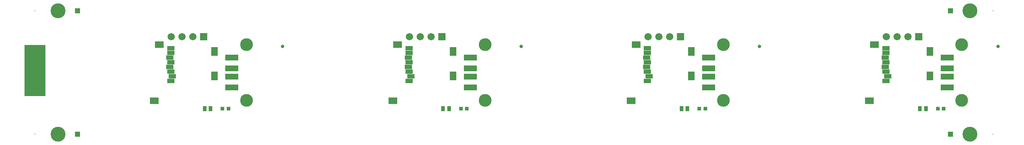
<source format=gts>
G04 Layer_Color=8388736*
%FSLAX43Y43*%
%MOMM*%
G71*
G01*
G75*
%ADD12C,0.203*%
%ADD66R,5.000X12.000*%
%ADD67R,1.203X1.203*%
%ADD68R,3.083X1.323*%
%ADD69R,1.703X1.003*%
%ADD70R,2.103X1.603*%
%ADD71R,1.603X2.003*%
%ADD72R,0.965X1.168*%
%ADD73R,0.965X0.965*%
%ADD74C,3.500*%
%ADD75R,1.703X1.703*%
%ADD76C,1.703*%
%ADD77C,3.003*%
%ADD78C,0.838*%
D12*
X3000Y33525D02*
D03*
X228000Y33525D02*
D03*
Y4525D02*
D03*
X3000D02*
D03*
D66*
X3000Y19525D02*
D03*
D67*
X13000Y33525D02*
D03*
Y4525D02*
D03*
X218000Y33525D02*
D03*
Y4525D02*
D03*
D68*
X49245Y15525D02*
D03*
Y22525D02*
D03*
X49245Y20025D02*
D03*
X49245Y18025D02*
D03*
X105245Y15525D02*
D03*
Y22525D02*
D03*
X105245Y20025D02*
D03*
X105245Y18025D02*
D03*
X161245Y15525D02*
D03*
Y22525D02*
D03*
X161245Y20025D02*
D03*
X161245Y18025D02*
D03*
X217245Y15525D02*
D03*
Y22525D02*
D03*
X217245Y20025D02*
D03*
X217245Y18025D02*
D03*
D69*
X34875Y17060D02*
D03*
X35275Y18160D02*
D03*
X34875Y19260D02*
D03*
X34675Y20360D02*
D03*
X34875Y21460D02*
D03*
X34675Y22560D02*
D03*
X34875Y23660D02*
D03*
Y24760D02*
D03*
X90875Y17060D02*
D03*
X91275Y18160D02*
D03*
X90875Y19260D02*
D03*
X90675Y20360D02*
D03*
X90875Y21460D02*
D03*
X90675Y22560D02*
D03*
X90875Y23660D02*
D03*
Y24760D02*
D03*
X146875Y17060D02*
D03*
X147275Y18160D02*
D03*
X146875Y19260D02*
D03*
X146675Y20360D02*
D03*
X146875Y21460D02*
D03*
X146675Y22560D02*
D03*
X146875Y23660D02*
D03*
Y24760D02*
D03*
X202875Y17060D02*
D03*
X203275Y18160D02*
D03*
X202875Y19260D02*
D03*
X202675Y20360D02*
D03*
X202875Y21460D02*
D03*
X202675Y22560D02*
D03*
X202875Y23660D02*
D03*
Y24760D02*
D03*
D70*
X31025Y12400D02*
D03*
X32175Y25550D02*
D03*
X87025Y12400D02*
D03*
X88175Y25550D02*
D03*
X143025Y12400D02*
D03*
X144175Y25550D02*
D03*
X199025Y12400D02*
D03*
X200175Y25550D02*
D03*
D71*
X45175Y18260D02*
D03*
Y23950D02*
D03*
X101175Y18260D02*
D03*
Y23950D02*
D03*
X157175Y18260D02*
D03*
Y23950D02*
D03*
X213175Y18260D02*
D03*
Y23950D02*
D03*
D72*
X42852Y10525D02*
D03*
X44249D02*
D03*
X98852D02*
D03*
X100249D02*
D03*
X154852D02*
D03*
X156249D02*
D03*
X210852D02*
D03*
X212249D02*
D03*
D73*
X48449Y10526D02*
D03*
X47052D02*
D03*
X104449D02*
D03*
X103052D02*
D03*
X160449D02*
D03*
X159052D02*
D03*
X216449D02*
D03*
X215052D02*
D03*
D74*
X8425Y33525D02*
D03*
X222575Y33525D02*
D03*
Y4525D02*
D03*
X8425D02*
D03*
D75*
X42586Y27440D02*
D03*
X98586D02*
D03*
X154586D02*
D03*
X210586D02*
D03*
D76*
X40046D02*
D03*
X37506D02*
D03*
X34966D02*
D03*
X96046D02*
D03*
X93506D02*
D03*
X90966D02*
D03*
X152046D02*
D03*
X149506D02*
D03*
X146966D02*
D03*
X208046D02*
D03*
X205506D02*
D03*
X202966D02*
D03*
D77*
X52695Y12450D02*
D03*
X52695Y25600D02*
D03*
X108695Y12450D02*
D03*
X108695Y25600D02*
D03*
X164695Y12450D02*
D03*
X164695Y25600D02*
D03*
X220695Y12450D02*
D03*
X220695Y25600D02*
D03*
D78*
X61175Y25125D02*
D03*
X117175D02*
D03*
X173175D02*
D03*
X229175D02*
D03*
M02*

</source>
